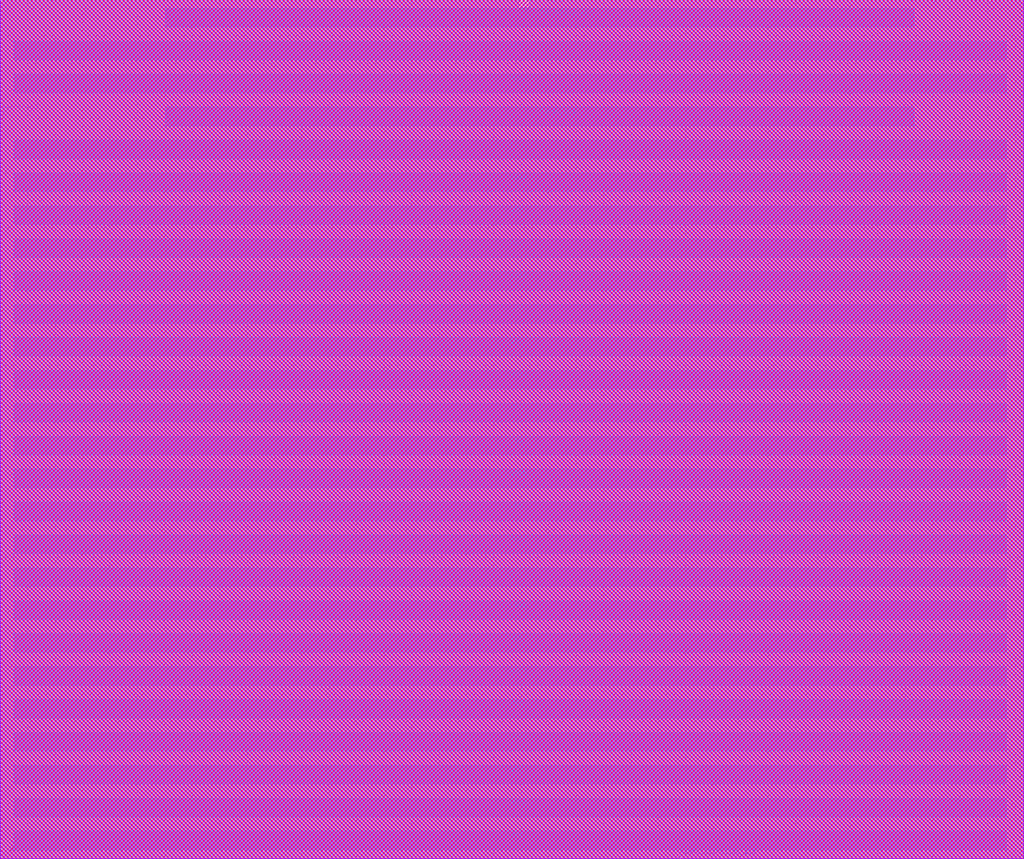
<source format=lef>
# LEF OUT API 
# Creation Date : Mon Aug 23 12:52:49 PDT 2021
# 
VERSION 5.8 ;
BUSBITCHARS "[]" ;
DIVIDERCHAR "/" ;
MACRO dwc_ddrphy_por
  CLASS BLOCK ;
  ORIGIN 0 0 ;
  FOREIGN dwc_ddrphy_por 0 0 ;
  SYMMETRY X Y ;
  SIZE 37.32 BY 31.32 ;
  PIN VSS
    DIRECTION INPUT ;
    USE GROUND ;
    PORT
      LAYER D8 ;
        RECT 0.5 2.7125 36.69075 3.4125 ;
    END
    PORT
      LAYER D8 ;
        RECT 0.5 25.5125 36.69075 26.2125 ;
    END
    PORT
      LAYER D8 ;
        RECT 0.5 21.9125 36.69075 22.6125 ;
    END
    PORT
      LAYER D8 ;
        RECT 0.5 9.9125 36.69075 10.6125 ;
    END
    PORT
      LAYER D8 ;
        RECT 0.5 18.3125 36.69075 19.0125 ;
    END
    PORT
      LAYER D8 ;
        RECT 0.5 14.7125 36.69075 15.4125 ;
    END
    PORT
      LAYER D8 ;
        RECT 0.5 7.5125 36.69075 8.2125 ;
    END
    PORT
      LAYER D8 ;
        RECT 0.5 5.1125 36.69075 5.8125 ;
    END
    PORT
      LAYER D8 ;
        RECT 0.5 29.1125 36.69075 29.8125 ;
    END
    PORT
      LAYER D8 ;
        RECT 0.5 12.3125 36.69075 13.0125 ;
    END
    PORT
      LAYER D8 ;
        RECT 0.5 0.3125 36.69075 1.0125 ;
    END
  END VSS
  PIN VDDQ
    DIRECTION INPUT ;
    USE POWER ;
    PORT
      LAYER D8 ;
        RECT 0.5 27.9125 36.69075 28.6125 ;
    END
    PORT
      LAYER D8 ;
        RECT 0.5 17.1125 36.69075 17.8125 ;
    END
    PORT
      LAYER D8 ;
        RECT 0.5 20.7125 36.69075 21.4125 ;
    END
    PORT
      LAYER D8 ;
        RECT 0.5 13.5125 36.69075 14.2125 ;
    END
    PORT
      LAYER D8 ;
        RECT 0.5 11.1125 36.69075 11.8125 ;
    END
    PORT
      LAYER D8 ;
        RECT 0.5 8.7125 36.69075 9.4125 ;
    END
    PORT
      LAYER D8 ;
        RECT 0.5 6.3125 36.69075 7.0125 ;
    END
    PORT
      LAYER D8 ;
        RECT 0.5 3.9125 36.69075 4.6125 ;
    END
    PORT
      LAYER D8 ;
        RECT 0.5 24.3125 36.69075 25.0125 ;
    END
    PORT
      LAYER D8 ;
        RECT 0.5 1.5125 36.69075 2.2125 ;
    END
  END VDDQ
  PIN VDD
    DIRECTION INPUT ;
    USE POWER ;
    PORT
      LAYER D8 ;
        RECT 0.5 19.5125 36.69075 20.2125 ;
    END
    PORT
      LAYER D8 ;
        RECT 0.5 23.1125 36.69075 23.8125 ;
    END
    PORT
      LAYER D8 ;
        RECT 0.5 15.9125 36.69075 16.6125 ;
    END
  END VDD
  PIN Reset_X
    DIRECTION INPUT ;
    USE SIGNAL ;
    ANTENNAPARTIALMETALAREA 0.11744 LAYER D6 ;
    ANTENNAPARTIALMETALSIDEAREA 0.27864 LAYER D6 ;
    ANTENNAMODEL OXIDE1 ;
      ANTENNAGATEAREA 0.001296 LAYER D6 ;
      ANTENNAMAXAREACAR 367.049 LAYER D6 ;
      ANTENNAMAXSIDEAREACAR 525.889 LAYER D6 ;
    PORT
      LAYER D6 ;
        RECT 36.06325 31.24 36.14325 31.32 ;
    END
  END Reset_X
  PIN SetDCTSanePulse
    DIRECTION INPUT ;
    USE SIGNAL ;
    ANTENNAPARTIALMETALAREA 0.11744 LAYER D6 ;
    ANTENNAPARTIALMETALSIDEAREA 0.27864 LAYER D6 ;
    ANTENNAMODEL OXIDE1 ;
      ANTENNAGATEAREA 0.001296 LAYER D6 ;
      ANTENNAMAXAREACAR 370.429 LAYER D6 ;
      ANTENNAMAXSIDEAREACAR 529.487 LAYER D6 ;
    PORT
      LAYER D6 ;
        RECT 35.52325 31.24 35.60325 31.32 ;
    END
  END SetDCTSanePulse
  PIN DFTDatSel
    DIRECTION INPUT ;
    USE SIGNAL ;
    ANTENNAPARTIALMETALAREA 0.11418 LAYER D6 ;
    ANTENNAPARTIALMETALSIDEAREA 0.271305 LAYER D6 ;
    ANTENNAMODEL OXIDE1 ;
      ANTENNAGATEAREA 0.001296 LAYER D6 ;
      ANTENNAMAXAREACAR 368.284 LAYER D6 ;
      ANTENNAMAXSIDEAREACAR 523.604 LAYER D6 ;
    PORT
      LAYER D6 ;
        RECT 34.56325 31.24 34.64325 31.32 ;
    END
  END DFTDatSel
  PIN DCTMemReset
    DIRECTION INPUT ;
    USE SIGNAL ;
    ANTENNAPARTIALMETALAREA 0.11396 LAYER D6 ;
    ANTENNAPARTIALMETALSIDEAREA 0.27081 LAYER D6 ;
    ANTENNAMODEL OXIDE1 ;
      ANTENNAGATEAREA 0.002808 LAYER D6 ;
      ANTENNAMAXAREACAR 170.601 LAYER D6 ;
      ANTENNAMAXSIDEAREACAR 242.058 LAYER D6 ;
    PORT
      LAYER D6 ;
        RECT 33.98325 31.24 34.06325 31.32 ;
    END
  END DCTMemReset
  PIN ClrPORMemReset
    DIRECTION INPUT ;
    USE SIGNAL ;
    ANTENNAPARTIALMETALAREA 0.11236 LAYER D6 ;
    ANTENNAPARTIALMETALSIDEAREA 0.26721 LAYER D6 ;
    ANTENNAMODEL OXIDE1 ;
      ANTENNAGATEAREA 0.001296 LAYER D6 ;
      ANTENNAMAXAREACAR 366.556 LAYER D6 ;
      ANTENNAMAXSIDEAREACAR 519.265 LAYER D6 ;
    PORT
      LAYER D6 ;
        RECT 33.20325 31.24 33.28325 31.32 ;
    END
  END ClrPORMemReset
  PIN PwrOkDlyd
    DIRECTION INPUT ;
    USE SIGNAL ;
    ANTENNAPARTIALMETALAREA 2.49438 LAYER D5 ;
    ANTENNAPARTIALMETALSIDEAREA 3.76317 LAYER D5 ;
    ANTENNAMODEL OXIDE1 ;
      ANTENNAGATEAREA 0.001944 LAYER D5 ;
      ANTENNAMAXAREACAR 2065.07 LAYER D5 ;
      ANTENNAMAXSIDEAREACAR 2473.42 LAYER D5 ;
    PORT
      LAYER D5 ;
        RECT 0 27.13625 0.12 27.25625 ;
    END
  END PwrOkDlyd
  PIN PORMemReset
    DIRECTION OUTPUT ;
    USE SIGNAL ;
    ANTENNAPARTIALMETALAREA 4.2 LAYER D5 ;
    ANTENNAPARTIALMETALSIDEAREA 6.3432 LAYER D5 ;
    ANTENNADIFFAREA 0.012636 LAYER D5 ;
    PORT
      LAYER D5 ;
        RECT 37.2 27.741 37.32 27.861 ;
    END
  END PORMemReset
  PIN DCTSane
    DIRECTION OUTPUT ;
    USE SIGNAL ;
    ANTENNAPARTIALMETALAREA 2.79328 LAYER D5 ;
    ANTENNAPARTIALMETALSIDEAREA 6.29928 LAYER D5 ;
    ANTENNADIFFAREA 0.012636 LAYER D5 ;
    PORT
      LAYER D5 ;
        RECT 37.24 28.39625 37.32 28.47625 ;
    END
  END DCTSane
  PIN PwrOkDlyd_VIO
    DIRECTION OUTPUT ;
    USE SIGNAL ;
    ANTENNAPARTIALMETALAREA 0.7715 LAYER D6 ;
    ANTENNAPARTIALMETALAREA 1.76137 LAYER D7 ;
    ANTENNAPARTIALMETALAREA 19.1168 LAYER D8 ;
    ANTENNAPARTIALMETALSIDEAREA 0.419175 LAYER D6 ;
    ANTENNAPARTIALMETALSIDEAREA 0.578925 LAYER D7 ;
    ANTENNAPARTIALMETALSIDEAREA 5.04176 LAYER D8 ;
    ANTENNAPARTIALCUTAREA 0.0512 LAYER S6 ;
    ANTENNAPARTIALCUTAREA 0.384 LAYER S7 ;
    ANTENNADIFFAREA 2.58048 LAYER D6 ;
    ANTENNADIFFAREA 2.58048 LAYER S6 ;
    ANTENNADIFFAREA 2.58048 LAYER D7 ;
    ANTENNADIFFAREA 2.58048 LAYER S7 ;
    ANTENNADIFFAREA 2.58048 LAYER D8 ;
    PORT
      LAYER D8 ;
        RECT 6.02 30.3125 33.32975 31.0125 ;
    END
    PORT
      LAYER D6 ;
        RECT 18.9 31.02 19.3 31.32 ;
    END
  END PwrOkDlyd_VIO
  PIN MemResetLPullDown_VIO
    DIRECTION OUTPUT ;
    USE SIGNAL ;
    ANTENNAPARTIALMETALAREA 0.61814 LAYER D5 ;
    ANTENNAPARTIALMETALSIDEAREA 1.40521 LAYER D5 ;
    ANTENNADIFFAREA 0.48384 LAYER D5 ;
    PORT
      LAYER D5 ;
        RECT 37.24 22.37375 37.32 22.45375 ;
    END
  END MemResetLPullDown_VIO
  PIN MemResetLPullUp_VIO
    DIRECTION OUTPUT ;
    USE SIGNAL ;
    ANTENNAPARTIALMETALAREA 2.69685 LAYER D6 ;
    ANTENNAPARTIALMETALSIDEAREA 4.06687 LAYER D6 ;
    ANTENNADIFFAREA 0.32256 LAYER D6 ;
    PORT
      LAYER D6 ;
        RECT 24.71975 0 24.83975 0.12 ;
    END
  END MemResetLPullUp_VIO
  PIN PwrOk_VIO
    DIRECTION OUTPUT ;
    USE SIGNAL ;
    ANTENNAPARTIALMETALAREA 3.50782 LAYER D5 ;
    ANTENNAPARTIALMETALAREA 1.14979 LAYER D6 ;
    ANTENNAPARTIALMETALAREA 4.746 LAYER D7 ;
    ANTENNAPARTIALMETALAREA 19.1168 LAYER D8 ;
    ANTENNAPARTIALMETALSIDEAREA 2.1587 LAYER D5 ;
    ANTENNAPARTIALMETALSIDEAREA 0.8908199375 LAYER D6 ;
    ANTENNAPARTIALMETALSIDEAREA 1.3464 LAYER D7 ;
    ANTENNAPARTIALMETALSIDEAREA 5.04176 LAYER D8 ;
    ANTENNAPARTIALCUTAREA 0.0384 LAYER S5 ;
    ANTENNAPARTIALCUTAREA 0.1536 LAYER S6 ;
    ANTENNAPARTIALCUTAREA 1.0752 LAYER S7 ;
    ANTENNADIFFAREA 2.58048 LAYER D5 ;
    ANTENNADIFFAREA 2.58048 LAYER S5 ;
    ANTENNADIFFAREA 2.58048 LAYER D6 ;
    ANTENNADIFFAREA 2.58048 LAYER S6 ;
    ANTENNADIFFAREA 2.58048 LAYER D7 ;
    ANTENNADIFFAREA 2.58048 LAYER S7 ;
    ANTENNADIFFAREA 2.58048 LAYER D8 ;
    PORT
      LAYER D8 ;
        RECT 6.02 26.7125 33.32975 27.4125 ;
    END
    PORT
      LAYER D5 ;
        RECT 37.02 26.48525 37.32 26.78525 ;
    END
  END PwrOk_VIO
  PIN PwrOk_VMEMP
    DIRECTION INPUT ;
    USE SIGNAL ;
    ANTENNAPARTIALMETALAREA 0.0966999375 LAYER D6 ;
    ANTENNAPARTIALMETALSIDEAREA 0.231975 LAYER D6 ;
    ANTENNAMODEL OXIDE1 ;
      ANTENNAGATEAREA 0.001296 LAYER D6 ;
      ANTENNAMAXAREACAR 129.82499994 LAYER D6 ;
      ANTENNAMAXSIDEAREACAR 282.764 LAYER D6 ;
    PORT
      LAYER D6 ;
        RECT 1.844 31.24 1.924 31.32 ;
    END
  END PwrOk_VMEMP
  OBS
    LAYER M1 SPACING 0 ;
      RECT 0 0 37.32 31.32 ;
    LAYER M2 SPACING 0 ;
      RECT 0 0 37.32 31.32 ;
    LAYER M3 SPACING 0 ;
      RECT 0 0 37.32 31.32 ;
    LAYER M4 SPACING 0 ;
      RECT 0 0 37.32 31.32 ;
    LAYER D5 SPACING 0 ;
      POLYGON 37.32 0 37.32 22.37375 37.24 22.37375 37.24 22.45375 37.32 22.45375 37.32 26.48525 37.02 26.48525 37.02 26.78525 37.32 26.78525 37.32 27.741 37.2 27.741 37.2 27.861 37.32 27.861 37.32 28.39625 37.24 28.39625 37.24 28.47625 37.32 28.47625 37.32 31.32 0 31.32 0 27.25625 0.12 27.25625 0.12 27.13625 0 27.13625 0 0 ;
    LAYER D6 SPACING 0 ;
      POLYGON 24.71975 0 24.71975 0.12 24.83975 0.12 24.83975 0 37.32 0 37.32 31.32 36.14325 31.32 36.14325 31.24 36.06325 31.24 36.06325 31.32 35.60325 31.32 35.60325 31.24 35.52325 31.24 35.52325 31.32 34.64325 31.32 34.64325 31.24 34.56325 31.24 34.56325 31.32 34.06325 31.32 34.06325 31.24 33.98325 31.24 33.98325 31.32 33.28325 31.32 33.28325 31.24 33.20325 31.24 33.20325 31.32 19.3 31.32 19.3 31.02 18.9 31.02 18.9 31.32 1.924 31.32 1.924 31.24 1.844 31.24 1.844 31.32 0 31.32 0 0 ;
    LAYER D7 SPACING 0 ;
      RECT 0 0 37.32 31.32 ;
  END
END dwc_ddrphy_por

END LIBRARY

</source>
